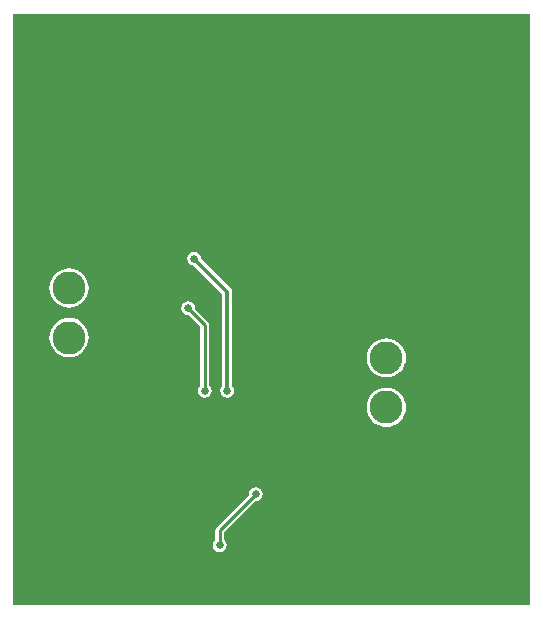
<source format=gbl>
G04*
G04 #@! TF.GenerationSoftware,Altium Limited,Altium Designer,20.1.14 (287)*
G04*
G04 Layer_Physical_Order=2*
G04 Layer_Color=16711680*
%FSLAX25Y25*%
%MOIN*%
G70*
G04*
G04 #@! TF.SameCoordinates,EDB217C5-CD14-42A3-A981-AABFE87B0B62*
G04*
G04*
G04 #@! TF.FilePolarity,Positive*
G04*
G01*
G75*
%ADD12C,0.01000*%
%ADD53C,0.01200*%
%ADD56C,0.11000*%
%ADD57C,0.02500*%
%ADD58C,0.03000*%
%ADD59C,0.01575*%
G36*
X351500Y171539D02*
X179039D01*
X179039Y368461D01*
X351500D01*
X351500Y171539D01*
D02*
G37*
%LPC*%
G36*
X197750Y283781D02*
X196476Y283656D01*
X195250Y283284D01*
X194121Y282681D01*
X193132Y281868D01*
X192319Y280879D01*
X191716Y279749D01*
X191344Y278524D01*
X191219Y277250D01*
X191344Y275976D01*
X191716Y274750D01*
X192319Y273621D01*
X193132Y272632D01*
X194121Y271819D01*
X195250Y271216D01*
X196476Y270844D01*
X197750Y270719D01*
X199024Y270844D01*
X200250Y271216D01*
X201379Y271819D01*
X202368Y272632D01*
X203181Y273621D01*
X203784Y274750D01*
X204156Y275976D01*
X204281Y277250D01*
X204156Y278524D01*
X203784Y279749D01*
X203181Y280879D01*
X202368Y281868D01*
X201379Y282681D01*
X200250Y283284D01*
X199024Y283656D01*
X197750Y283781D01*
D02*
G37*
G36*
Y267281D02*
X196476Y267156D01*
X195250Y266784D01*
X194121Y266181D01*
X193132Y265368D01*
X192319Y264379D01*
X191716Y263249D01*
X191344Y262024D01*
X191219Y260750D01*
X191344Y259476D01*
X191716Y258250D01*
X192319Y257121D01*
X193132Y256132D01*
X194121Y255319D01*
X195250Y254716D01*
X196476Y254344D01*
X197750Y254219D01*
X199024Y254344D01*
X200250Y254716D01*
X201379Y255319D01*
X202368Y256132D01*
X203181Y257121D01*
X203784Y258250D01*
X204156Y259476D01*
X204281Y260750D01*
X204156Y262024D01*
X203784Y263249D01*
X203181Y264379D01*
X202368Y265368D01*
X201379Y266181D01*
X200250Y266784D01*
X199024Y267156D01*
X197750Y267281D01*
D02*
G37*
G36*
X303500Y260531D02*
X302226Y260406D01*
X301000Y260034D01*
X299871Y259431D01*
X298882Y258618D01*
X298069Y257629D01*
X297466Y256500D01*
X297094Y255274D01*
X296969Y254000D01*
X297094Y252726D01*
X297466Y251501D01*
X298069Y250371D01*
X298882Y249382D01*
X299871Y248569D01*
X301000Y247966D01*
X302226Y247594D01*
X303500Y247469D01*
X304774Y247594D01*
X305999Y247966D01*
X307129Y248569D01*
X308118Y249382D01*
X308931Y250371D01*
X309534Y251501D01*
X309906Y252726D01*
X310031Y254000D01*
X309906Y255274D01*
X309534Y256500D01*
X308931Y257629D01*
X308118Y258618D01*
X307129Y259431D01*
X305999Y260034D01*
X304774Y260406D01*
X303500Y260531D01*
D02*
G37*
G36*
X239500Y289294D02*
X238622Y289120D01*
X237878Y288622D01*
X237381Y287878D01*
X237206Y287000D01*
X237381Y286122D01*
X237878Y285378D01*
X238622Y284880D01*
X239484Y284709D01*
X248869Y275324D01*
Y244608D01*
X248380Y243878D01*
X248206Y243000D01*
X248380Y242122D01*
X248878Y241378D01*
X249622Y240880D01*
X250500Y240706D01*
X251378Y240880D01*
X252122Y241378D01*
X252620Y242122D01*
X252794Y243000D01*
X252620Y243878D01*
X252131Y244608D01*
Y276000D01*
X252007Y276624D01*
X251654Y277153D01*
X241791Y287016D01*
X241619Y287878D01*
X241122Y288622D01*
X240378Y289120D01*
X239500Y289294D01*
D02*
G37*
G36*
X237500Y272794D02*
X236622Y272620D01*
X235878Y272122D01*
X235381Y271378D01*
X235206Y270500D01*
X235381Y269622D01*
X235878Y268878D01*
X236622Y268380D01*
X237500Y268206D01*
X237609Y268228D01*
X241471Y264367D01*
Y244684D01*
X241378Y244622D01*
X240880Y243878D01*
X240706Y243000D01*
X240880Y242122D01*
X241378Y241378D01*
X242122Y240880D01*
X243000Y240706D01*
X243878Y240880D01*
X244622Y241378D01*
X245120Y242122D01*
X245294Y243000D01*
X245120Y243878D01*
X244622Y244622D01*
X244529Y244684D01*
Y265000D01*
X244432Y265488D01*
X244413Y265585D01*
X244081Y266081D01*
X239772Y270391D01*
X239794Y270500D01*
X239619Y271378D01*
X239122Y272122D01*
X238378Y272620D01*
X237500Y272794D01*
D02*
G37*
G36*
X303500Y244031D02*
X302226Y243906D01*
X301000Y243534D01*
X299871Y242931D01*
X298882Y242118D01*
X298069Y241129D01*
X297466Y240000D01*
X297094Y238774D01*
X296969Y237500D01*
X297094Y236226D01*
X297466Y235000D01*
X298069Y233871D01*
X298882Y232882D01*
X299871Y232069D01*
X301000Y231466D01*
X302226Y231094D01*
X303500Y230969D01*
X304774Y231094D01*
X305999Y231466D01*
X307129Y232069D01*
X308118Y232882D01*
X308931Y233871D01*
X309534Y235000D01*
X309906Y236226D01*
X310031Y237500D01*
X309906Y238774D01*
X309534Y240000D01*
X308931Y241129D01*
X308118Y242118D01*
X307129Y242931D01*
X305999Y243534D01*
X304774Y243906D01*
X303500Y244031D01*
D02*
G37*
G36*
X260000Y210794D02*
X259122Y210619D01*
X258378Y210122D01*
X257880Y209378D01*
X257706Y208500D01*
X257728Y208391D01*
X246919Y197581D01*
X246587Y197085D01*
X246471Y196500D01*
Y193184D01*
X246378Y193122D01*
X245881Y192378D01*
X245706Y191500D01*
X245881Y190622D01*
X246378Y189878D01*
X247122Y189381D01*
X248000Y189206D01*
X248878Y189381D01*
X249622Y189878D01*
X250119Y190622D01*
X250294Y191500D01*
X250119Y192378D01*
X249622Y193122D01*
X249529Y193184D01*
Y195867D01*
X259891Y206228D01*
X260000Y206206D01*
X260878Y206381D01*
X261622Y206878D01*
X262120Y207622D01*
X262294Y208500D01*
X262120Y209378D01*
X261622Y210122D01*
X260878Y210619D01*
X260000Y210794D01*
D02*
G37*
%LPD*%
D12*
X248000Y191500D02*
Y196500D01*
X260000Y208500D01*
X243000Y243000D02*
Y265000D01*
X237500Y270500D02*
X243000Y265000D01*
X239500Y287000D02*
X240195Y286305D01*
D53*
X250500Y243000D02*
Y276000D01*
X240195Y286305D02*
X250500Y276000D01*
D56*
X303500Y254000D02*
D03*
X320000D02*
D03*
X303500Y237500D02*
D03*
X320000D02*
D03*
X197750Y260750D02*
D03*
X214250D02*
D03*
X197750Y277250D02*
D03*
X214250D02*
D03*
D57*
X260000Y208500D02*
D03*
X248000Y191500D02*
D03*
X250500Y243000D02*
D03*
X243000D02*
D03*
X239500Y287000D02*
D03*
X233212Y255212D02*
D03*
X271642Y205000D02*
D03*
X277500Y219000D02*
D03*
X237500Y270500D02*
D03*
D58*
X340000Y257500D02*
D03*
Y250500D02*
D03*
Y186500D02*
D03*
Y193500D02*
D03*
X339963Y207966D02*
D03*
Y222466D02*
D03*
X340000Y236000D02*
D03*
Y265500D02*
D03*
X339855Y215024D02*
D03*
X340000Y243500D02*
D03*
X339949Y229500D02*
D03*
Y201000D02*
D03*
X217500Y217500D02*
D03*
X217496Y223205D02*
D03*
Y228824D02*
D03*
X217500Y234500D02*
D03*
Y240500D02*
D03*
D59*
X253453Y222047D02*
D03*
Y227953D02*
D03*
X247547Y222047D02*
D03*
Y227953D02*
D03*
M02*

</source>
